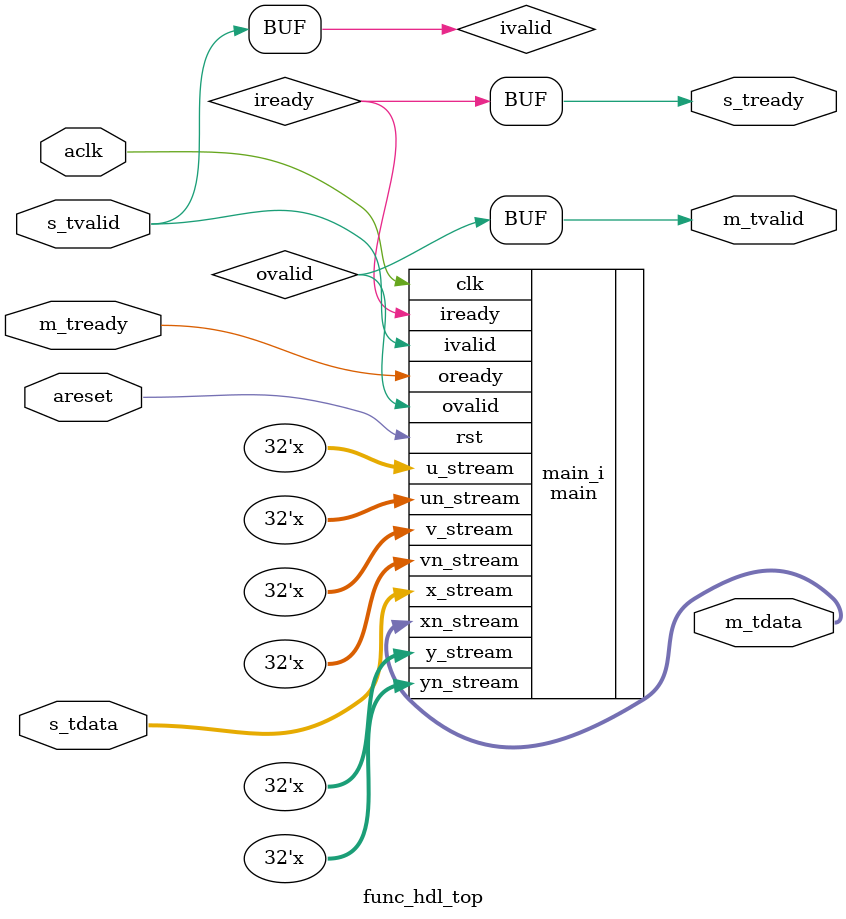
<source format=sv>



`default_nettype none

`define TY_GVECT 1
  //legal values: 1, 2, 4, 8, 16 (for 32-bit scalar data type, i.e. int/float)
  //            : 1, 3, 4, 8     (for double)
  //maximum width is 512 bits
  //although this parameter is defined further up and passed down to this module
  //we need it here explicitly as well as for RTL sim this is the top module instantiated
  //in testbench

module func_hdl_top
#(
  parameter integer C_DATA_WIDTH   = 32 * `TY_GVECT  // Data width of both input and output data (packed vector)
)
(
  input wire                     aclk,
  input wire                     areset,

  input wire                     s_tvalid, //data at input is valid
  input wire  [C_DATA_WIDTH-1:0] s_tdata,  //data in
  output wire                    s_tready, //I am/aint ready (back pressure to predecessor)

  output wire                    m_tvalid, //data at output is valid
  output wire [C_DATA_WIDTH-1:0] m_tdata,  //data out
  input  wire                    m_tready  //sink is ready (back pressure from successor)
);

wire    ivalid = s_tvalid;
wire    ovalid;
wire    iready; 

assign  s_tready = iready;
assign  m_tvalid = ovalid;


main 
#(
  .STREAMW (C_DATA_WIDTH)
)main_i
(
   .clk     (aclk)
  ,.rst     (areset)
  ,.iready  (iready)
  ,.ivalid  (ivalid)
  ,.ovalid  (ovalid)
  ,.oready  (m_tready)
  ,.x_stream  (s_tdata[31:0])
  ,.u_stream  (s_tdata[63:32])
  ,.y_stream  (s_tdata[95:64])
  ,.v_stream  (s_tdata[127:96])
  ,.xn_stream  (m_tdata[31:0])
  ,.vn_stream  (m_tdata[63:32])
  ,.un_stream  (m_tdata[95:64])
  ,.yn_stream  (m_tdata[127:96])
  
);

endmodule : func_hdl_top

`default_nettype wire



</source>
